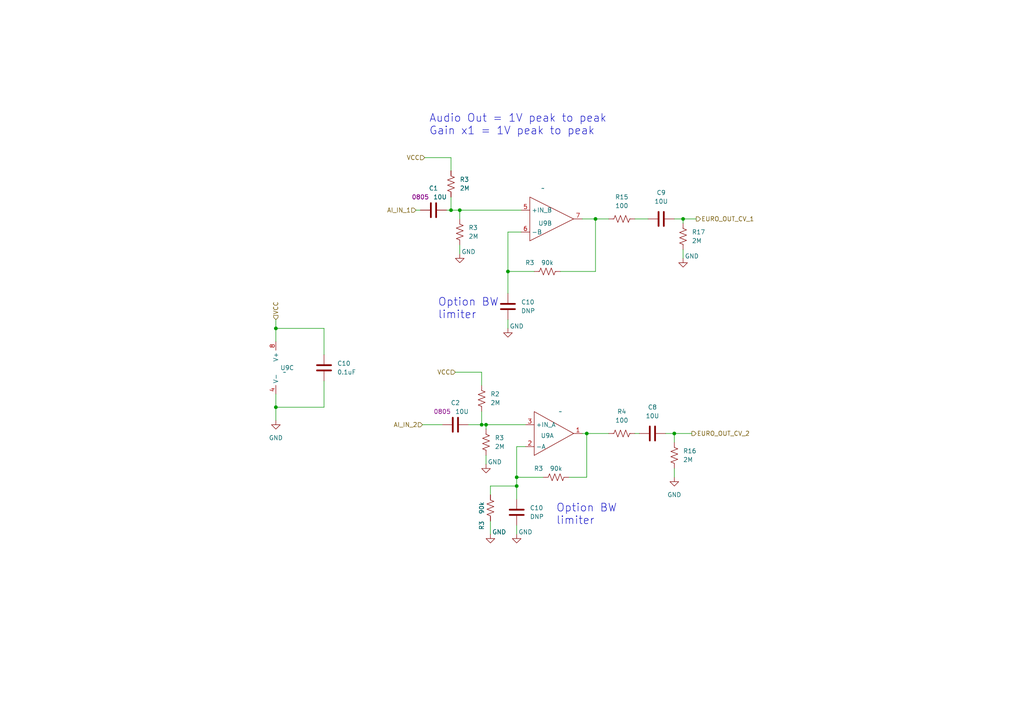
<source format=kicad_sch>
(kicad_sch (version 20230121) (generator eeschema)
  (paper "A4")
  (lib_symbols
    (symbol "Device:C" (pin_numbers hide) (pin_names (offset 0.254))
      (property "Reference" "C" (at 0.635 2.54 0))
      (property "Value" "C" (at 0.635 -2.54 0))
      (symbol "C_0_1"
        (polyline (pts (xy -2.032 -0.762) (xy 2.032 -0.762)) (stroke (width 0.508)))
        (polyline (pts (xy -2.032 0.762) (xy 2.032 0.762)) (stroke (width 0.508)))
      )
      (symbol "C_1_1"
        (pin passive line (at 0 3.81 270) (length 2.794) (name "~") (number "1"))
        (pin passive line (at 0 -3.81 90) (length 2.794) (name "~") (number "2"))
      )
    )
    (symbol "Device:R_US" (pin_numbers hide) (pin_names (offset 0))
      (property "Reference" "R" (at 2.54 0 90))
      (property "Value" "R_US" (at -2.54 0 90))
      (symbol "R_US_0_1"
        (polyline (pts (xy 0 -2.286) (xy 0 -2.54)))
        (polyline (pts (xy 0 2.286) (xy 0 2.54)))
        (polyline (pts (xy 0 -0.762) (xy 1.016 -1.143) (xy 0 -1.524) (xy -1.016 -1.905) (xy 0 -2.286)))
        (polyline (pts (xy 0 0.762) (xy 1.016 0.381) (xy 0 0) (xy -1.016 -0.381) (xy 0 -0.762)))
        (polyline (pts (xy 0 2.286) (xy 1.016 1.905) (xy 0 1.524) (xy -1.016 1.143) (xy 0 0.762)))
      )
      (symbol "R_US_1_1"
        (pin passive line (at 0 3.81 270) (length 1.27) (name "~") (number "1"))
        (pin passive line (at 0 -3.81 90) (length 1.27) (name "~") (number "2"))
      )
    )
    (symbol "OPA1688_SOIC8_1"
      (property "Reference" "U" (at 2.54 0 0))
      (symbol "OPA1688_SOIC8_1_1_1"
        (polyline (pts (xy 0 6.35) (xy 0 -6.35) (xy 11.43 0) (xy 0 6.35) (xy 0 6.35)))
        (pin output line (at 13.97 0 180) (length 2.54) (name "") (number "1"))
        (pin input line (at -2.54 3.81 0) (length 2.54) (name "-A") (number "2"))
        (pin input line (at -2.54 -2.54 0) (length 2.54) (name "+IN_A") (number "3"))
      )
      (symbol "OPA1688_SOIC8_1_2_1"
        (polyline (pts (xy 0 6.35) (xy 0 -6.35) (xy 12.7 0) (xy 0 6.35) (xy 0 6.35)))
        (pin input line (at -2.54 -2.54 0) (length 2.54) (name "+IN_B") (number "5"))
        (pin input line (at -2.54 3.81 0) (length 2.54) (name "-B") (number "6"))
        (pin output line (at 15.24 0 180) (length 2.54) (name "") (number "7"))
      )
      (symbol "OPA1688_SOIC8_1_3_1"
        (pin power_in line (at 0 -6.35 90) (length 2.54) (name "V-") (number "4"))
        (pin power_in line (at 0 8.89 270) (length 2.54) (name "V+") (number "8"))
      )
    )
    (symbol "OPA1688_SOIC8_2"
      (property "Reference" "U" (at 2.54 0 0))
      (symbol "OPA1688_SOIC8_2_1_1"
        (polyline (pts (xy 0 6.35) (xy 0 -6.35) (xy 11.43 0) (xy 0 6.35) (xy 0 6.35)))
        (pin output line (at 13.97 0 180) (length 2.54) (name "") (number "1"))
        (pin input line (at -2.54 3.81 0) (length 2.54) (name "-A") (number "2"))
        (pin input line (at -2.54 -2.54 0) (length 2.54) (name "+IN_A") (number "3"))
      )
      (symbol "OPA1688_SOIC8_2_2_1"
        (polyline (pts (xy 0 6.35) (xy 0 -6.35) (xy 12.7 0) (xy 0 6.35) (xy 0 6.35)))
        (pin input line (at -2.54 -2.54 0) (length 2.54) (name "+IN_B") (number "5"))
        (pin input line (at -2.54 3.81 0) (length 2.54) (name "-B") (number "6"))
        (pin output line (at 15.24 0 180) (length 2.54) (name "") (number "7"))
      )
      (symbol "OPA1688_SOIC8_2_3_1"
        (pin power_in line (at 0 -6.35 90) (length 2.54) (name "V-") (number "4"))
        (pin power_in line (at 0 8.89 270) (length 2.54) (name "V+") (number "8"))
      )
    )
    (symbol "Ultralibrarian_modified_symbols:OPA1688_SOIC8"
      (property "Reference" "U" (at 2.54 0 0))
      (symbol "OPA1688_SOIC8_1_1"
        (polyline (pts (xy 0 6.35) (xy 0 -8.89) (xy 17.78 0) (xy 0 10.16) (xy 0 6.35)))
        (pin output line (at 20.32 0 180) (length 2.54) (name "OUT_A") (number "1"))
        (pin input line (at -2.54 3.81 0) (length 2.54) (name "-A") (number "2"))
        (pin input line (at -2.54 -2.54 0) (length 2.54) (name "+IN_A") (number "3"))
      )
      (symbol "OPA1688_SOIC8_2_1"
        (polyline (pts (xy 0 6.35) (xy 0 -8.89) (xy 17.78 0) (xy 0 10.16) (xy 0 6.35)))
        (pin input line (at -2.54 -2.54 0) (length 2.54) (name "+IN_B") (number "5"))
        (pin input line (at -2.54 3.81 0) (length 2.54) (name "-B") (number "6"))
        (pin output line (at 20.32 0 180) (length 2.54) (name "OUT_B") (number "7"))
      )
      (symbol "OPA1688_SOIC8_3_1"
        (pin power_in line (at 0 -6.35 90) (length 2.54) (name "V-") (number "4"))
        (pin power_in line (at 0 8.89 270) (length 2.54) (name "V+") (number "8"))
      )
    )
    (symbol "power:GND" (power) (pin_names (offset 0))
      (property "Value" "GND" (at 0 -3.81 0))
      (symbol "GND_0_1"
        (polyline (pts (xy 0 0) (xy 0 -1.27) (xy 1.27 -1.27) (xy 0 -2.54) (xy -1.27 -1.27) (xy 0 -1.27)))
      )
      (symbol "GND_1_1"
        (pin power_in line (at 0 0 270) (length 0) hide (name "GND") (number "1"))
      )
    )
  )
  (junction (at 195.58 125.73))
  (junction (at 130.81 60.96))
  (junction (at 172.72 63.5))
  (junction (at 149.86 138.43))
  (junction (at 80.01 118.11))
  (junction (at 149.86 140.97))
  (junction (at 147.32 78.74))
  (junction (at 80.01 95.25))
  (junction (at 139.7 123.19))
  (junction (at 140.97 123.19))
  (junction (at 133.35 60.96))
  (junction (at 198.12 63.5))
  (junction (at 170.18 125.73))
  (wire (pts (xy 140.97 123.19) (xy 140.97 124.46)))
  (wire (pts (xy 172.72 78.74) (xy 172.72 63.5)))
  (wire (pts (xy 170.18 125.73) (xy 170.18 138.43)))
  (wire (pts (xy 93.98 102.87) (xy 93.98 95.25)))
  (wire (pts (xy 168.91 63.5) (xy 172.72 63.5)))
  (wire (pts (xy 195.58 125.73) (xy 193.04 125.73)))
  (wire (pts (xy 149.86 144.78) (xy 149.86 140.97)))
  (wire (pts (xy 122.555 123.19) (xy 128.27 123.19)))
  (wire (pts (xy 142.24 143.51) (xy 142.24 140.97)))
  (wire (pts (xy 142.24 154.94) (xy 142.24 151.13)))
  (wire (pts (xy 80.01 121.92) (xy 80.01 118.11)))
  (wire (pts (xy 130.81 60.96) (xy 133.35 60.96)))
  (wire (pts (xy 198.12 63.5) (xy 195.58 63.5)))
  (wire (pts (xy 139.7 107.95) (xy 139.7 111.76)))
  (wire (pts (xy 129.54 60.96) (xy 130.81 60.96)))
  (wire (pts (xy 157.48 138.43) (xy 149.86 138.43)))
  (wire (pts (xy 170.18 125.73) (xy 176.53 125.73)))
  (wire (pts (xy 132.08 107.95) (xy 139.7 107.95)))
  (wire (pts (xy 147.32 78.74) (xy 147.32 85.09)))
  (wire (pts (xy 149.86 154.94) (xy 149.86 152.4)))
  (wire (pts (xy 168.91 125.73) (xy 170.18 125.73)))
  (wire (pts (xy 142.24 140.97) (xy 149.86 140.97)))
  (wire (pts (xy 165.1 138.43) (xy 170.18 138.43)))
  (wire (pts (xy 139.7 123.19) (xy 140.97 123.19)))
  (wire (pts (xy 130.81 57.15) (xy 130.81 60.96)))
  (wire (pts (xy 140.97 134.62) (xy 140.97 132.08)))
  (wire (pts (xy 162.56 78.74) (xy 172.72 78.74)))
  (wire (pts (xy 80.01 92.71) (xy 80.01 95.25)))
  (wire (pts (xy 133.35 73.66) (xy 133.35 71.12)))
  (wire (pts (xy 140.97 123.19) (xy 152.4 123.19)))
  (wire (pts (xy 93.98 118.11) (xy 80.01 118.11)))
  (wire (pts (xy 198.12 74.93) (xy 198.12 72.39)))
  (wire (pts (xy 195.58 138.43) (xy 195.58 135.89)))
  (wire (pts (xy 147.32 95.25) (xy 147.32 92.71)))
  (wire (pts (xy 147.32 78.74) (xy 147.32 67.31)))
  (wire (pts (xy 200.66 125.73) (xy 195.58 125.73)))
  (wire (pts (xy 93.98 110.49) (xy 93.98 118.11)))
  (wire (pts (xy 120.65 60.96) (xy 121.92 60.96)))
  (wire (pts (xy 80.01 95.25) (xy 80.01 99.06)))
  (wire (pts (xy 172.72 63.5) (xy 176.53 63.5)))
  (wire (pts (xy 139.7 119.38) (xy 139.7 123.19)))
  (wire (pts (xy 149.86 129.54) (xy 152.4 129.54)))
  (wire (pts (xy 147.32 67.31) (xy 151.13 67.31)))
  (wire (pts (xy 93.98 95.25) (xy 80.01 95.25)))
  (wire (pts (xy 185.42 125.73) (xy 184.15 125.73)))
  (wire (pts (xy 198.12 63.5) (xy 198.12 64.77)))
  (wire (pts (xy 201.93 63.5) (xy 198.12 63.5)))
  (wire (pts (xy 149.86 140.97) (xy 149.86 138.43)))
  (wire (pts (xy 149.86 129.54) (xy 149.86 138.43)))
  (wire (pts (xy 154.94 78.74) (xy 147.32 78.74)))
  (wire (pts (xy 130.81 45.72) (xy 130.81 49.53)))
  (wire (pts (xy 133.35 60.96) (xy 133.35 63.5)))
  (wire (pts (xy 135.89 123.19) (xy 139.7 123.19)))
  (wire (pts (xy 195.58 125.73) (xy 195.58 128.27)))
  (wire (pts (xy 187.96 63.5) (xy 184.15 63.5)))
  (wire (pts (xy 133.35 60.96) (xy 151.13 60.96)))
  (wire (pts (xy 80.01 118.11) (xy 80.01 114.3)))
  (wire (pts (xy 123.19 45.72) (xy 130.81 45.72)))
  (text "Option BW\nlimiter" (at 161.29 152.4 0) (effects (font (size 2.27 2.27)) (justify left bottom)))
  (text "Audio Out = 1V peak to peak\nGain x1 = 1V peak to peak" (at 124.46 39.37 0) (effects (font (size 2.27 2.27)) (justify left bottom)))
  (text "Option BW\nlimiter" (at 127 92.71 0) (effects (font (size 2.27 2.27)) (justify left bottom)))
  (hierarchical_label "EURO_OUT_CV_1" (shape output) (at 201.93 63.5 0))
  (hierarchical_label "AI_IN_2" (shape input) (at 122.555 123.19 180))
  (hierarchical_label "VCC" (shape input) (at 132.08 107.95 180))
  (hierarchical_label "VCC" (shape input) (at 123.19 45.72 180))
  (hierarchical_label "EURO_OUT_CV_2" (shape output) (at 200.66 125.73 0))
  (hierarchical_label "AI_IN_1" (shape input) (at 120.65 60.96 180))
  (hierarchical_label "VCC" (shape input) (at 80.01 92.71 90))
  (symbol (lib_id "Device:R_US") (at 140.97 128.27 0) (unit 1)
    (property "Reference" "R3" (at 143.51 127 0) (effects (justify left)))
    (property "Value" "2M" (at 143.51 129.54 0) (effects (justify left)))
    (property "Footprint" "Resistor_SMD:R_0402_1005Metric" (effects hide))
    (instances (project "DaisySeedBreakout" (path "" (reference "R3") (unit 1)) (path "" (reference "R10") (unit 1))) (project "DaisySeedAccessories" (path "" (reference "R9") (unit 1)) (path "" (reference "R28") (unit 1))))
  )
  (symbol (lib_id "Device:C") (at 147.32 88.9 0) (unit 1)
    (property "Reference" "C10" (at 151.13 87.63 0) (effects (justify left)))
    (property "Value" "DNP" (at 151.13 90.17 0) (effects (justify left)))
    (property "Footprint" "Capacitor_SMD:C_0402_1005Metric" (effects hide))
    (instances (project "DaisySeedBreakout" (path "" (reference "C10") (unit 1)) (path "" (reference "C71") (unit 1))) (project "DaisySeedAccessories" (path "" (reference "C8") (unit 1)) (path "" (reference "C18") (unit 1))))
  )
  (symbol (lib_id "Device:R_US") (at 130.81 53.34 0) (unit 1)
    (property "Reference" "R3" (at 133.35 52.07 0) (effects (justify left)))
    (property "Value" "2M" (at 133.35 54.61 0) (effects (justify left)))
    (property "Footprint" "Resistor_SMD:R_0402_1005Metric" (effects hide))
    (instances (project "DaisySeedBreakout" (path "" (reference "R3") (unit 1)) (path "" (reference "R9") (unit 1))) (project "DaisySeedAccessories" (path "" (reference "R6") (unit 1)) (path "" (reference "R25") (unit 1))))
  )
  (symbol (lib_id "Device:C") (at 149.86 148.59 0) (unit 1)
    (property "Reference" "C10" (at 153.67 147.32 0) (effects (justify left)))
    (property "Value" "DNP" (at 153.67 149.86 0) (effects (justify left)))
    (property "Footprint" "Capacitor_SMD:C_0402_1005Metric" (effects hide))
    (instances (project "DaisySeedBreakout" (path "" (reference "C10") (unit 1)) (path "" (reference "C70") (unit 1))) (project "DaisySeedAccessories" (path "" (reference "C9") (unit 1)) (path "" (reference "C19") (unit 1))))
  )
  (symbol (lib_id "Device:R_US") (at 133.35 67.31 0) (unit 1)
    (property "Reference" "R3" (at 135.89 66.04 0) (effects (justify left)))
    (property "Value" "2M" (at 135.89 68.58 0) (effects (justify left)))
    (property "Footprint" "Resistor_SMD:R_0402_1005Metric" (effects hide))
    (instances (project "DaisySeedBreakout" (path "" (reference "R3") (unit 1)) (path "" (reference "R67") (unit 1))) (project "DaisySeedAccessories" (path "" (reference "R7") (unit 1)) (path "" (reference "R26") (unit 1))))
  )
  (symbol (lib_id "Device:R_US") (at 198.12 68.58 0) (unit 1)
    (property "Reference" "R17" (at 200.66 67.31 0) (effects (justify left)))
    (property "Value" "2M" (at 200.66 69.85 0) (effects (justify left)))
    (property "Footprint" "Resistor_SMD:R_0402_1005Metric" (effects hide))
    (instances (project "DaisySeedBreakout" (path "" (reference "R17") (unit 1)) (path "" (reference "R25") (unit 1))) (project "DaisySeedAccessories" (path "" (reference "R15") (unit 1)) (path "" (reference "R35") (unit 1))))
  )
  (symbol (lib_id "power:GND") (at 140.97 134.62 0) (unit 1)
    (property "Reference" "#PWR05" (effects hide))
    (property "Value" "GND" (at 143.51 133.985 0))
    (instances (project "DaisySeedBreakout" (path "" (reference "#PWR05") (unit 1)) (path "" (reference "#PWR0169") (unit 1))) (project "DaisySeedAccessories" (path "" (reference "#PWR012") (unit 1)) (path "" (reference "#PWR025") (unit 1))))
  )
  (symbol (lib_id "Device:C") (at 93.98 106.68 0) (unit 1)
    (property "Reference" "C10" (at 97.79 105.41 0) (effects (justify left)))
    (property "Value" "0.1uF" (at 97.79 107.95 0) (effects (justify left)))
    (property "Footprint" "Capacitor_SMD:C_0402_1005Metric" (effects hide))
    (instances (project "DaisySeedBreakout" (path "" (reference "C10") (unit 1)) (path "" (reference "C24") (unit 1))) (project "DaisySeedAccessories" (path "" (reference "C5") (unit 1)) (path "" (reference "C12") (unit 1))))
  )
  (symbol (lib_id "Device:R_US") (at 180.34 63.5 90) (unit 1)
    (property "Reference" "R15" (at 180.34 57.15 90))
    (property "Value" "100" (at 180.34 59.69 90))
    (property "Footprint" "Resistor_SMD:R_0402_1005Metric" (effects hide))
    (instances (project "DaisySeedBreakout" (path "" (reference "R15") (unit 1)) (path "" (reference "R19") (unit 1))) (project "DaisySeedAccessories" (path "" (reference "R12") (unit 1)) (path "" (reference "R32") (unit 1))))
  )
  (symbol (lib_id "Device:R_US") (at 161.29 138.43 90) (unit 1)
    (property "Reference" "R3" (at 156.21 135.89 90))
    (property "Value" "90k" (at 161.29 135.89 90))
    (property "Footprint" "Resistor_SMD:R_0402_1005Metric" (effects hide))
    (instances (project "DaisySeedBreakout" (path "" (reference "R3") (unit 1)) (path "" (reference "R8") (unit 1))) (project "DaisySeedAccessories" (path "" (reference "R11") (unit 1)) (path "" (reference "R31") (unit 1))))
  )
  (symbol (lib_id "power:GND") (at 147.32 95.25 0) (unit 1)
    (property "Reference" "#PWR05" (effects hide))
    (property "Value" "GND" (at 149.86 94.615 0))
    (instances (project "DaisySeedBreakout" (path "" (reference "#PWR05") (unit 1)) (path "" (reference "#PWR0173") (unit 1))) (project "DaisySeedAccessories" (path "" (reference "#PWR013") (unit 1)) (path "" (reference "#PWR027") (unit 1))))
  )
  (symbol (lib_id "Device:C") (at 191.77 63.5 90) (unit 1)
    (property "Reference" "C9" (at 191.77 55.88 90))
    (property "Value" "10U" (at 191.77 58.42 90))
    (property "Footprint" "Capacitor_SMD:C_0805_2012Metric" (effects hide))
    (instances (project "DaisySeedBreakout" (path "" (reference "C9") (unit 1)) (path "" (reference "C17") (unit 1))) (project "DaisySeedAccessories" (path "" (reference "C11") (unit 1)) (path "" (reference "C21") (unit 1))))
  )
  (symbol (lib_id "Device:R_US") (at 180.34 125.73 90) (unit 1)
    (property "Reference" "R4" (at 180.34 119.38 90))
    (property "Value" "100" (at 180.34 121.92 90))
    (property "Footprint" "Resistor_SMD:R_0402_1005Metric" (effects hide))
    (instances (project "DaisySeedBreakout" (path "" (reference "R4") (unit 1)) (path "" (reference "R18") (unit 1))) (project "DaisySeedAccessories" (path "" (reference "R13") (unit 1)) (path "" (reference "R33") (unit 1))))
  )
  (symbol (lib_id "Device:R_US") (at 158.75 78.74 90) (unit 1)
    (property "Reference" "R3" (at 153.67 76.2 90))
    (property "Value" "90k" (at 158.75 76.2 90))
    (property "Footprint" "Resistor_SMD:R_0402_1005Metric" (effects hide))
    (instances (project "DaisySeedBreakout" (path "" (reference "R3") (unit 1)) (path "" (reference "R66") (unit 1))) (project "DaisySeedAccessories" (path "" (reference "R10") (unit 1)) (path "" (reference "R30") (unit 1))))
  )
  (symbol (lib_id "power:GND") (at 195.58 138.43 0) (unit 1)
    (property "Reference" "#PWR06" (effects hide))
    (property "Value" "GND" (at 195.58 143.51 0))
    (instances (project "DaisySeedBreakout" (path "" (reference "#PWR06") (unit 1)) (path "" (reference "#PWR011") (unit 1))) (project "DaisySeedAccessories" (path "" (reference "#PWR015") (unit 1)) (path "" (reference "#PWR029") (unit 1))))
  )
  (symbol (lib_id "power:GND") (at 133.35 73.66 0) (unit 1)
    (property "Reference" "#PWR05" (effects hide))
    (property "Value" "GND" (at 135.89 73.025 0))
    (instances (project "DaisySeedBreakout" (path "" (reference "#PWR05") (unit 1)) (path "" (reference "#PWR08") (unit 1))) (project "DaisySeedAccessories" (path "" (reference "#PWR011") (unit 1)) (path "" (reference "#PWR024") (unit 1))))
  )
  (symbol (lib_id "power:GND") (at 198.12 74.93 0) (unit 1)
    (property "Reference" "#PWR05" (effects hide))
    (property "Value" "GND" (at 200.66 74.295 0))
    (instances (project "DaisySeedBreakout" (path "" (reference "#PWR05") (unit 1)) (path "" (reference "#PWR012") (unit 1))) (project "DaisySeedAccessories" (path "" (reference "#PWR016") (unit 1)) (path "" (reference "#PWR030") (unit 1))))
  )
  (symbol (lib_id "Device:C") (at 125.73 60.96 90) (unit 1)
    (property "Reference" "C1" (at 125.73 54.61 90))
    (property "Value" "10U" (at 127.635 57.15 90))
    (property "Footprint" "Capacitor_SMD:C_0805_2012Metric" (effects hide))
    (property "Specs" "0805" (at 121.92 57.15 90))
    (instances (project "DaisySeedBreakout" (path "" (reference "C1") (unit 1)) (path "" (reference "C5") (unit 1))) (project "DaisySeedAccessories" (path "" (reference "C6") (unit 1)) (path "" (reference "C14") (unit 1))))
  )
  (symbol (lib_id "Ultralibrarian_modified_symbols:OPA1688_SOIC8") (at 80.01 107.95 0) (unit 3)
    (property "Reference" "U9" (at 81.28 106.68 0) (effects (justify left)))
    (property "Value" "~" (at 82.55 107.95 0))
    (property "Footprint" "Ultralibrarian:D8_TEX" (effects hide))
    (instances (project "DaisySeedBreakout" (path "" (reference "U9") (unit 3)) (path "" (reference "U3") (unit 3))) (project "DaisySeedAccessories" (path "" (reference "U2") (unit 3)) (path "" (reference "U4") (unit 3))))
  )
  (symbol (lib_id "power:GND") (at 149.86 154.94 0) (unit 1)
    (property "Reference" "#PWR05" (effects hide))
    (property "Value" "GND" (at 152.4 154.305 0))
    (instances (project "DaisySeedBreakout" (path "" (reference "#PWR05") (unit 1)) (path "" (reference "#PWR09") (unit 1))) (project "DaisySeedAccessories" (path "" (reference "#PWR014") (unit 1)) (path "" (reference "#PWR028") (unit 1))))
  )
  (symbol (lib_id "Device:R_US") (at 139.7 115.57 0) (unit 1)
    (property "Reference" "R2" (at 142.24 114.3 0) (effects (justify left)))
    (property "Value" "2M" (at 142.24 116.84 0) (effects (justify left)))
    (property "Footprint" "Resistor_SMD:R_0402_1005Metric" (effects hide))
    (instances (project "DaisySeedBreakout" (path "" (reference "R2") (unit 1)) (path "" (reference "R7") (unit 1))) (project "DaisySeedAccessories" (path "" (reference "R8") (unit 1)) (path "" (reference "R27") (unit 1))))
  )
  (symbol (lib_id "Device:C") (at 132.08 123.19 90) (unit 1)
    (property "Reference" "C2" (at 132.08 116.84 90))
    (property "Value" "10U" (at 133.985 119.38 90))
    (property "Footprint" "Capacitor_SMD:C_0805_2012Metric" (effects hide))
    (property "Specs" "0805" (at 128.27 119.38 90))
    (instances (project "DaisySeedBreakout" (path "" (reference "C2") (unit 1)) (path "" (reference "C4") (unit 1))) (project "DaisySeedAccessories" (path "" (reference "C7") (unit 1)) (path "" (reference "C17") (unit 1))))
  )
  (symbol (lib_id "Device:C") (at 189.23 125.73 90) (unit 1)
    (property "Reference" "C8" (at 189.23 118.11 90))
    (property "Value" "10U" (at 189.23 120.65 90))
    (property "Footprint" "Capacitor_SMD:C_0805_2012Metric" (effects hide))
    (instances (project "DaisySeedBreakout" (path "" (reference "C8") (unit 1)) (path "" (reference "C11") (unit 1))) (project "DaisySeedAccessories" (path "" (reference "C10") (unit 1)) (path "" (reference "C20") (unit 1))))
  )
  (symbol (lib_name "OPA1688_SOIC8_1") (lib_id "Ultralibrarian_modified_symbols:OPA1688_SOIC8") (at 154.94 125.73 0) (mirror x) (unit 1)
    (property "Reference" "U9" (at 158.75 126.365 0))
    (property "Value" "~" (at 162.56 119.38 0))
    (property "Footprint" "Ultralibrarian:D8_TEX" (effects hide))
    (instances (project "DaisySeedBreakout" (path "" (reference "U9") (unit 1)) (path "" (reference "U3") (unit 1))) (project "DaisySeedAccessories" (path "" (reference "U2") (unit 1)) (path "" (reference "U4") (unit 1))))
  )
  (symbol (lib_id "power:GND") (at 80.01 121.92 0) (unit 1)
    (property "Reference" "#PWR07" (effects hide))
    (property "Value" "GND" (at 80.01 127 0))
    (instances (project "DaisySeedBreakout" (path "" (reference "#PWR07") (unit 1)) (path "" (reference "#PWR010") (unit 1))) (project "DaisySeedAccessories" (path "" (reference "#PWR09") (unit 1)) (path "" (reference "#PWR023") (unit 1))))
  )
  (symbol (lib_name "OPA1688_SOIC8_2") (lib_id "Ultralibrarian_modified_symbols:OPA1688_SOIC8") (at 153.67 63.5 0) (mirror x) (unit 2)
    (property "Reference" "U9" (at 158.115 64.77 0))
    (property "Value" "~" (at 157.48 54.61 0))
    (property "Footprint" "Ultralibrarian:D8_TEX" (effects hide))
    (instances (project "DaisySeedBreakout" (path "" (reference "U9") (unit 2)) (path "" (reference "U3") (unit 2))) (project "DaisySeedAccessories" (path "" (reference "U2") (unit 2)) (path "" (reference "U4") (unit 2))))
  )
  (symbol (lib_id "power:GND") (at 142.24 154.94 0) (unit 1)
    (property "Reference" "#PWR05" (effects hide))
    (property "Value" "GND" (at 144.78 154.305 0))
    (instances (project "DaisySeedBreakout" (path "" (reference "#PWR05") (unit 1)) (path "" (reference "#PWR09") (unit 1))) (project "DaisySeedAccessories" (path "" (reference "#PWR017") (unit 1)) (path "" (reference "#PWR026") (unit 1))))
  )
  (symbol (lib_id "Device:R_US") (at 195.58 132.08 0) (unit 1)
    (property "Reference" "R16" (at 198.12 130.81 0) (effects (justify left)))
    (property "Value" "2M" (at 198.12 133.35 0) (effects (justify left)))
    (property "Footprint" "Resistor_SMD:R_0402_1005Metric" (effects hide))
    (instances (project "DaisySeedBreakout" (path "" (reference "R16") (unit 1)) (path "" (reference "R24") (unit 1))) (project "DaisySeedAccessories" (path "" (reference "R14") (unit 1)) (path "" (reference "R34") (unit 1))))
  )
  (symbol (lib_id "Device:R_US") (at 142.24 147.32 180) (unit 1)
    (property "Reference" "R3" (at 139.7 152.4 90))
    (property "Value" "90k" (at 139.7 147.32 90))
    (property "Footprint" "Resistor_SMD:R_0402_1005Metric" (effects hide))
    (instances (project "DaisySeedBreakout" (path "" (reference "R3") (unit 1)) (path "" (reference "R8") (unit 1))) (project "DaisySeedAccessories" (path "" (reference "R16") (unit 1)) (path "" (reference "R29") (unit 1))))
  )
)
</source>
